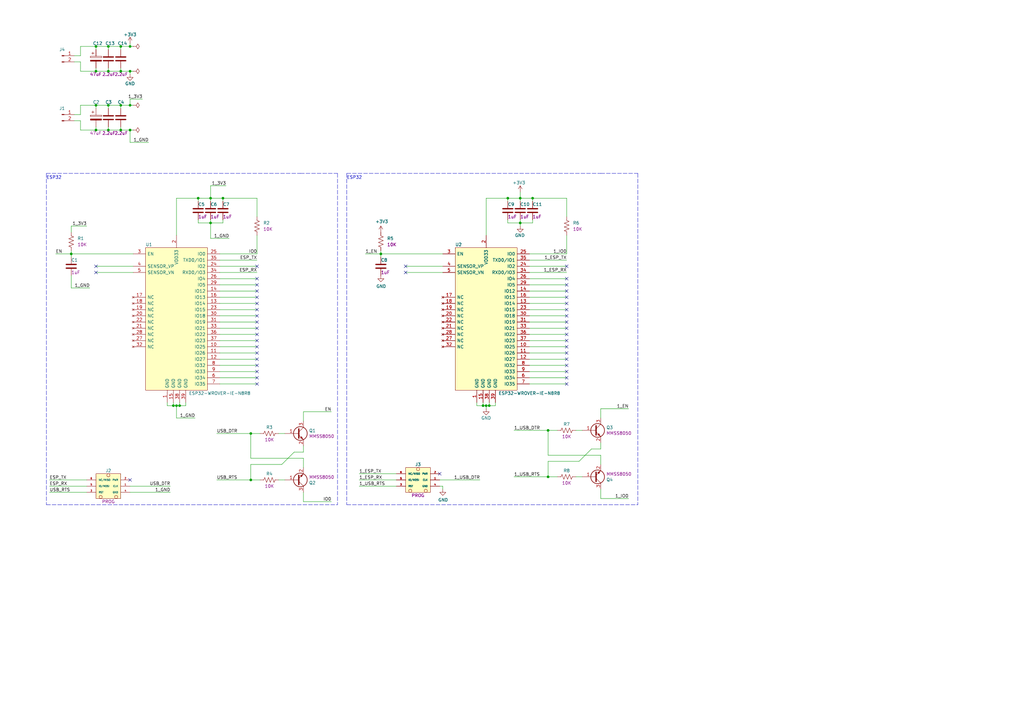
<source format=kicad_sch>
(kicad_sch (version 20211123) (generator eeschema)
  (paper "A3")
  (lib_symbols
    (symbol "capacitors:CC0603KRX5R9BB105" (pin_numbers hide) (pin_names (offset 0.254))
      (property "Reference" "C" (at 0.635 2.54 0))
      (property "id" "1uF" (at -3.81 2.54 0))
      (symbol "CC0603KRX5R9BB105_0_1"
        (polyline (pts (xy -2.032 -0.762) (xy 2.032 -0.762)) (stroke (width 0.508)))
        (polyline (pts (xy -2.032 0.762) (xy 2.032 0.762)) (stroke (width 0.508)))
      )
      (symbol "CC0603KRX5R9BB105_1_1"
        (pin passive line (at 0 3.81 270) (length 2.794) (name "~") (number "1"))
        (pin passive line (at 0 -3.81 90) (length 2.794) (name "~") (number "2"))
      )
    )
    (symbol "capacitors:EMK107BB7225MA-T" (pin_numbers hide) (pin_names (offset 0.254))
      (property "Reference" "C" (at 0.635 2.54 0))
      (property "id" "2.2uF" (at -3.81 2.54 0))
      (symbol "EMK107BB7225MA-T_0_1"
        (polyline (pts (xy -2.032 -0.762) (xy 2.032 -0.762)) (stroke (width 0.508)))
        (polyline (pts (xy -2.032 0.762) (xy 2.032 0.762)) (stroke (width 0.508)))
      )
      (symbol "EMK107BB7225MA-T_1_1"
        (pin passive line (at 0 3.81 270) (length 2.794) (name "~") (number "1"))
        (pin passive line (at 0 -3.81 90) (length 2.794) (name "~") (number "2"))
      )
    )
    (symbol "capacitors:EMVE160ADA470MF55G" (pin_numbers hide) (pin_names (offset 0.254))
      (property "Reference" "C" (at 0.635 2.54 0))
      (property "id" "47uF" (at 5.08 0 0))
      (symbol "EMVE160ADA470MF55G_0_1"
        (rectangle (start -2.286 0.508) (end -2.286 1.016))
        (rectangle (start -2.286 0.508) (end 2.286 0.508))
        (polyline (pts (xy -1.778 2.286) (xy -0.762 2.286)))
        (polyline (pts (xy -1.27 2.794) (xy -1.27 1.778)))
        (rectangle (start 2.286 -0.508) (end -2.286 -1.016) (fill (type outline)))
        (rectangle (start 2.286 1.016) (end -2.286 1.016))
        (rectangle (start 2.286 1.016) (end 2.286 0.508))
      )
      (symbol "EMVE160ADA470MF55G_1_1"
        (pin passive line (at 0 3.81 270) (length 2.794) (name "~") (number "1"))
        (pin passive line (at 0 -3.81 90) (length 2.794) (name "~") (number "2"))
      )
    )
    (symbol "connectors:Tag_Connect_Programmer_6-Pin" (pin_names (offset 1.016))
      (property "Reference" "J" (at -5.08 6.35 0))
      (property "id" "TAG_CONN" (at 1.27 -5.08 0))
      (symbol "Tag_Connect_Programmer_6-Pin_0_1"
        (rectangle (start -5.08 5.08) (end 5.08 -5.08) (fill (type background)))
        (circle (center -3.175 -4.445) (radius 0.635))
        (circle (center 0 4.445) (radius 0.635))
        (circle (center 3.175 -4.445) (radius 0.635))
      )
      (symbol "Tag_Connect_Programmer_6-Pin_1_1"
        (pin passive line (at 8.89 0 180) (length 3.81) (name "CLK") (number "1"))
        (pin passive line (at 8.89 2.54 180) (length 3.81) (name "PWR") (number "2"))
        (pin passive line (at -8.89 -2.54 0) (length 3.81) (name "RST") (number "3"))
        (pin passive line (at 8.89 -2.54 180) (length 3.81) (name "GND") (number "4"))
        (pin passive line (at -8.89 0 0) (length 3.81) (name "IO/MOSI") (number "5"))
        (pin passive line (at -8.89 2.54 0) (length 3.81) (name "NC/MISO") (number "6"))
      )
    )
    (symbol "connectors:_GENERIC_CONNECTOR_01x02" (pin_names (offset 1.016) hide)
      (property "Reference" "J" (at 0 3.81 0))
      (property "Value" "_GENERIC_CONNECTOR_01x02" (at 1.27 -3.81 0))
      (symbol "_GENERIC_CONNECTOR_01x02_1_1"
        (polyline (pts (xy 1.27 -1.27) (xy 0.8636 -1.27)) (stroke (width 0.1524)))
        (polyline (pts (xy 1.27 1.27) (xy 0.8636 1.27)) (stroke (width 0.1524)))
        (rectangle (start 0.8636 -1.143) (end 0 -1.397) (stroke (width 0.1524)) (fill (type outline)))
        (rectangle (start 0.8636 1.397) (end 0 1.143) (stroke (width 0.1524)) (fill (type outline)))
        (pin passive line (at 5.08 1.27 180) (length 3.81) (name "Pin_1") (number "1"))
        (pin passive line (at 5.08 -1.27 180) (length 3.81) (name "Pin_2") (number "2"))
      )
    )
    (symbol "ics:ESP32-WROVER-IE-N8R8" (pin_names (offset 0.762))
      (property "Reference" "U1" (at -11.43 31.75 0))
      (property "Value" "ESP32-WROVER-IE-N8R8" (at 6.35 -29.21 0))
      (symbol "ESP32-WROVER-IE-N8R8_0_0"
        (pin passive line (at -2.54 -33.02 90) (length 5.08) (name "GND") (number "1"))
        (pin passive line (at 19.05 -10.16 180) (length 5.08) (name "IO25") (number "10"))
        (pin passive line (at 19.05 -12.7 180) (length 5.08) (name "IO26") (number "11"))
        (pin passive line (at 19.05 -15.24 180) (length 5.08) (name "IO27") (number "12"))
        (pin passive line (at 19.05 7.62 180) (length 5.08) (name "IO14") (number "13"))
        (pin passive line (at 19.05 12.7 180) (length 5.08) (name "IO12") (number "14"))
        (pin passive line (at 0 -33.02 90) (length 5.08) (name "GND") (number "15"))
        (pin passive line (at 19.05 10.16 180) (length 5.08) (name "IO13") (number "16"))
        (pin no_connect line (at -16.51 10.16 0) (length 5.08) (name "NC") (number "17"))
        (pin no_connect line (at -16.51 7.62 0) (length 5.08) (name "NC") (number "18"))
        (pin no_connect line (at -16.51 5.08 0) (length 5.08) (name "NC") (number "19"))
        (pin passive line (at 1.27 35.56 270) (length 5.08) (name "VDD33") (number "2"))
        (pin no_connect line (at -16.51 2.54 0) (length 5.08) (name "NC") (number "20"))
        (pin no_connect line (at -16.51 -2.54 0) (length 5.08) (name "NC") (number "21"))
        (pin no_connect line (at -16.51 0 0) (length 5.08) (name "NC") (number "22"))
        (pin passive line (at 19.05 5.08 180) (length 5.08) (name "IO15") (number "23"))
        (pin passive line (at 19.05 22.86 180) (length 5.08) (name "IO2") (number "24"))
        (pin passive line (at 19.05 27.94 180) (length 5.08) (name "IO0") (number "25"))
        (pin passive line (at 19.05 17.78 180) (length 5.08) (name "IO4") (number "26"))
        (pin no_connect line (at -16.51 -7.62 0) (length 5.08) (name "NC") (number "27"))
        (pin no_connect line (at -16.51 -5.08 0) (length 5.08) (name "NC") (number "28"))
        (pin passive line (at 19.05 15.24 180) (length 5.08) (name "IO5") (number "29"))
        (pin passive line (at -16.51 27.94 0) (length 5.08) (name "EN") (number "3"))
        (pin passive line (at 19.05 2.54 180) (length 5.08) (name "IO18") (number "30"))
        (pin passive line (at 19.05 0 180) (length 5.08) (name "IO19") (number "31"))
        (pin no_connect line (at -16.51 -10.16 0) (length 5.08) (name "NC") (number "32"))
        (pin passive line (at 19.05 -2.54 180) (length 5.08) (name "IO21") (number "33"))
        (pin passive line (at 19.05 20.32 180) (length 5.08) (name "RXD0/IO3") (number "34"))
        (pin passive line (at 19.05 25.4 180) (length 5.08) (name "TXD0/IO1") (number "35"))
        (pin passive line (at 19.05 -5.08 180) (length 5.08) (name "IO22") (number "36"))
        (pin passive line (at 19.05 -7.62 180) (length 5.08) (name "IO23") (number "37"))
        (pin passive line (at 2.54 -33.02 90) (length 5.08) (name "GND") (number "38"))
        (pin passive line (at 5.08 -33.02 90) (length 5.08) (name "GND") (number "39"))
        (pin passive line (at -16.51 22.86 0) (length 5.08) (name "SENSOR_VP") (number "4"))
        (pin passive line (at -16.51 20.32 0) (length 5.08) (name "SENSOR_VN") (number "5"))
        (pin passive line (at 19.05 -22.86 180) (length 5.08) (name "IO34") (number "6"))
        (pin passive line (at 19.05 -25.4 180) (length 5.08) (name "IO35") (number "7"))
        (pin passive line (at 19.05 -17.78 180) (length 5.08) (name "IO32") (number "8"))
        (pin passive line (at 19.05 -20.32 180) (length 5.08) (name "IO33") (number "9"))
      )
      (symbol "ESP32-WROVER-IE-N8R8_0_1"
        (polyline (pts (xy -11.43 30.48) (xy 13.97 30.48) (xy 13.97 -27.94) (xy -11.43 -27.94) (xy -11.43 30.48)) (stroke (width 0.1524)) (fill (type background)))
      )
    )
    (symbol "power:+3.3V" (power) (pin_names (offset 0))
      (property "Value" "+3.3V" (at 0 3.556 0))
      (symbol "+3.3V_0_1"
        (polyline (pts (xy -0.762 1.27) (xy 0 2.54)))
        (polyline (pts (xy 0 0) (xy 0 2.54)))
        (polyline (pts (xy 0 2.54) (xy 0.762 1.27)))
      )
      (symbol "+3.3V_1_1"
        (pin power_in line (at 0 0 90) (length 0) hide (name "+3V3") (number "1"))
      )
    )
    (symbol "power:+3V3" (power) (pin_names (offset 0))
      (property "Value" "+3V3" (at 0 3.556 0))
      (symbol "+3V3_0_1"
        (polyline (pts (xy -0.762 1.27) (xy 0 2.54)))
        (polyline (pts (xy 0 0) (xy 0 2.54)))
        (polyline (pts (xy 0 2.54) (xy 0.762 1.27)))
      )
      (symbol "+3V3_1_1"
        (pin power_in line (at 0 0 90) (length 0) hide (name "+3V3") (number "1"))
      )
    )
    (symbol "power:GND" (power) (pin_names (offset 0))
      (property "Value" "GND" (at 0 -3.81 0))
      (symbol "GND_0_1"
        (polyline (pts (xy 0 0) (xy 0 -1.27) (xy 1.27 -1.27) (xy 0 -2.54) (xy -1.27 -1.27) (xy 0 -1.27)))
      )
      (symbol "GND_1_1"
        (pin power_in line (at 0 0 270) (length 0) hide (name "GND") (number "1"))
      )
    )
    (symbol "power:PWR_FLAG" (power) (pin_numbers hide) (pin_names (offset 0) hide)
      (property "Value" "PWR_FLAG" (at 0 3.81 0))
      (symbol "PWR_FLAG_0_0"
        (pin power_out line (at 0 0 90) (length 0) (name "pwr") (number "1"))
      )
      (symbol "PWR_FLAG_0_1"
        (polyline (pts (xy 0 0) (xy 0 1.27) (xy -1.016 1.905) (xy 0 2.54) (xy 1.016 1.905) (xy 0 1.27)))
      )
    )
    (symbol "resistors:RC0603JR-0710KL" (pin_numbers hide) (pin_names (offset 0))
      (property "Reference" "R" (at 2.54 0 90))
      (property "id" "10K" (at -2.54 0 90))
      (symbol "RC0603JR-0710KL_0_1"
        (polyline (pts (xy 0 -2.286) (xy 0 -2.54)))
        (polyline (pts (xy 0 2.286) (xy 0 2.54)))
        (polyline (pts (xy 0 -0.762) (xy 1.016 -1.143) (xy 0 -1.524) (xy -1.016 -1.905) (xy 0 -2.286)))
        (polyline (pts (xy 0 0.762) (xy 1.016 0.381) (xy 0 0) (xy -1.016 -0.381) (xy 0 -0.762)))
        (polyline (pts (xy 0 2.286) (xy 1.016 1.905) (xy 0 1.524) (xy -1.016 1.143) (xy 0 0.762)))
      )
      (symbol "RC0603JR-0710KL_1_1"
        (pin passive line (at 0 3.81 270) (length 1.27) (name "~") (number "1"))
        (pin passive line (at 0 -3.81 90) (length 1.27) (name "~") (number "2"))
      )
    )
    (symbol "transistors:MMSS8050-L-TP" (pin_names (offset 0) hide)
      (property "Reference" "Q" (at 5.08 1.905 0))
      (property "id" "MMSS8050" (at 10.16 0 0))
      (symbol "MMSS8050-L-TP_0_1"
        (polyline (pts (xy 0 0) (xy 0.635 0)))
        (polyline (pts (xy 0.635 0.635) (xy 2.54 2.54)))
        (polyline (pts (xy 0.635 -0.635) (xy 2.54 -2.54) (xy 2.54 -2.54)))
        (polyline (pts (xy 0.635 1.905) (xy 0.635 -1.905) (xy 0.635 -1.905)) (stroke (width 0.508)))
        (polyline (pts (xy 1.27 -1.778) (xy 1.778 -1.27) (xy 2.286 -2.286) (xy 1.27 -1.778) (xy 1.27 -1.778)) (fill (type outline)))
        (circle (center 1.27 0) (radius 2.8194) (stroke (width 0.254)))
      )
      (symbol "MMSS8050-L-TP_1_1"
        (pin input line (at -5.08 0 0) (length 5.08) (name "B") (number "1"))
        (pin passive line (at 2.54 -5.08 90) (length 2.54) (name "E") (number "2"))
        (pin passive line (at 2.54 5.08 270) (length 2.54) (name "C") (number "3"))
      )
    )
  )
  (junction (at 39.37 53.34))
  (junction (at 49.53 19.05))
  (junction (at 81.28 81.28))
  (junction (at 44.45 43.18))
  (junction (at 44.45 29.21))
  (junction (at 200.66 166.37))
  (junction (at 49.53 53.34))
  (junction (at 44.45 53.34))
  (junction (at 208.28 81.28))
  (junction (at 199.39 166.37))
  (junction (at 71.12 166.37))
  (junction (at 213.36 81.28))
  (junction (at 102.87 177.8))
  (junction (at 156.21 104.14))
  (junction (at 53.34 19.05))
  (junction (at 29.21 104.14))
  (junction (at 39.37 29.21))
  (junction (at 102.87 196.85))
  (junction (at 86.36 81.28))
  (junction (at 218.44 81.28))
  (junction (at 49.53 29.21))
  (junction (at 49.53 43.18))
  (junction (at 53.34 53.34))
  (junction (at 224.79 176.53))
  (junction (at 73.66 166.37))
  (junction (at 53.34 29.21))
  (junction (at 44.45 19.05))
  (junction (at 53.34 43.18))
  (junction (at 86.36 91.44))
  (junction (at 39.37 19.05))
  (junction (at 213.36 91.44))
  (junction (at 72.39 166.37))
  (junction (at 39.37 43.18))
  (junction (at 198.12 166.37))
  (junction (at 224.79 195.58))
  (junction (at 91.44 81.28))
  (no_connect (at 232.41 139.7))
  (no_connect (at 105.41 124.46))
  (no_connect (at 39.37 109.22))
  (no_connect (at 232.41 109.22))
  (no_connect (at 232.41 116.84))
  (no_connect (at 232.41 121.92))
  (no_connect (at 105.41 154.94))
  (no_connect (at 105.41 147.32))
  (no_connect (at 232.41 129.54))
  (no_connect (at 105.41 149.86))
  (no_connect (at 232.41 134.62))
  (no_connect (at 105.41 127))
  (no_connect (at 105.41 121.92))
  (no_connect (at 105.41 129.54))
  (no_connect (at 232.41 124.46))
  (no_connect (at 232.41 132.08))
  (no_connect (at 105.41 116.84))
  (no_connect (at 232.41 127))
  (no_connect (at 166.37 111.76))
  (no_connect (at 232.41 147.32))
  (no_connect (at 105.41 139.7))
  (no_connect (at 53.34 196.85))
  (no_connect (at 232.41 137.16))
  (no_connect (at 232.41 157.48))
  (no_connect (at 105.41 134.62))
  (no_connect (at 232.41 152.4))
  (no_connect (at 105.41 114.3))
  (no_connect (at 232.41 154.94))
  (no_connect (at 105.41 157.48))
  (no_connect (at 232.41 114.3))
  (no_connect (at 232.41 119.38))
  (no_connect (at 105.41 144.78))
  (no_connect (at 105.41 132.08))
  (no_connect (at 180.34 194.31))
  (no_connect (at 105.41 109.22))
  (no_connect (at 105.41 137.16))
  (no_connect (at 105.41 119.38))
  (no_connect (at 105.41 152.4))
  (no_connect (at 105.41 142.24))
  (no_connect (at 166.37 109.22))
  (no_connect (at 232.41 142.24))
  (no_connect (at 232.41 144.78))
  (no_connect (at 232.41 149.86))
  (no_connect (at 39.37 111.76))
  (wire (pts (xy 246.38 171.45) (xy 246.38 167.64)))
  (polyline (pts (xy 246.38 71.12) (xy 261.62 71.12)))
  (wire (pts (xy 71.12 166.37) (xy 72.39 166.37)))
  (wire (pts (xy 105.41 109.22) (xy 90.17 109.22)))
  (wire (pts (xy 49.53 52.07) (xy 49.53 53.34)))
  (wire (pts (xy 86.36 81.28) (xy 81.28 81.28)))
  (wire (pts (xy 72.39 81.28) (xy 81.28 81.28)))
  (wire (pts (xy 246.38 167.64) (xy 257.81 167.64)))
  (wire (pts (xy 72.39 166.37) (xy 72.39 171.45)))
  (wire (pts (xy 90.17 157.48) (xy 105.41 157.48)))
  (wire (pts (xy 114.3 196.85) (xy 116.84 196.85)))
  (wire (pts (xy 58.42 40.64) (xy 53.34 40.64)))
  (wire (pts (xy 54.61 53.34) (xy 53.34 53.34)))
  (wire (pts (xy 166.37 109.22) (xy 181.61 109.22)))
  (wire (pts (xy 224.79 195.58) (xy 228.6 195.58)))
  (wire (pts (xy 80.01 171.45) (xy 72.39 171.45)))
  (wire (pts (xy 147.32 196.85) (xy 162.56 196.85)))
  (wire (pts (xy 53.34 199.39) (xy 69.85 199.39)))
  (wire (pts (xy 210.82 176.53) (xy 224.79 176.53)))
  (wire (pts (xy 90.17 106.68) (xy 105.41 106.68)))
  (wire (pts (xy 217.17 127) (xy 232.41 127)))
  (wire (pts (xy 90.17 152.4) (xy 105.41 152.4)))
  (wire (pts (xy 217.17 114.3) (xy 232.41 114.3)))
  (wire (pts (xy 232.41 144.78) (xy 217.17 144.78)))
  (wire (pts (xy 53.34 43.18) (xy 49.53 43.18)))
  (wire (pts (xy 115.57 190.5) (xy 102.87 190.5)))
  (wire (pts (xy 200.66 166.37) (xy 203.2 166.37)))
  (wire (pts (xy 217.17 124.46) (xy 232.41 124.46)))
  (wire (pts (xy 213.36 92.71) (xy 213.36 91.44)))
  (wire (pts (xy 33.02 19.05) (xy 39.37 19.05)))
  (wire (pts (xy 44.45 29.21) (xy 39.37 29.21)))
  (wire (pts (xy 208.28 91.44) (xy 213.36 91.44)))
  (wire (pts (xy 39.37 19.05) (xy 39.37 20.32)))
  (wire (pts (xy 236.22 176.53) (xy 238.76 176.53)))
  (wire (pts (xy 246.38 184.15) (xy 242.57 184.15)))
  (polyline (pts (xy 123.19 71.12) (xy 138.43 71.12)))
  (wire (pts (xy 147.32 194.31) (xy 162.56 194.31)))
  (wire (pts (xy 199.39 81.28) (xy 199.39 96.52)))
  (wire (pts (xy 217.17 121.92) (xy 232.41 121.92)))
  (wire (pts (xy 30.48 49.53) (xy 33.02 49.53)))
  (wire (pts (xy 93.98 97.79) (xy 86.36 97.79)))
  (wire (pts (xy 44.45 44.45) (xy 44.45 43.18)))
  (wire (pts (xy 53.34 19.05) (xy 49.53 19.05)))
  (wire (pts (xy 217.17 154.94) (xy 232.41 154.94)))
  (wire (pts (xy 29.21 113.03) (xy 29.21 118.11)))
  (wire (pts (xy 39.37 52.07) (xy 39.37 53.34)))
  (wire (pts (xy 53.34 29.21) (xy 49.53 29.21)))
  (wire (pts (xy 33.02 43.18) (xy 33.02 46.99)))
  (wire (pts (xy 92.71 76.2) (xy 86.36 76.2)))
  (wire (pts (xy 232.41 81.28) (xy 232.41 88.9)))
  (wire (pts (xy 39.37 29.21) (xy 33.02 29.21)))
  (wire (pts (xy 232.41 142.24) (xy 217.17 142.24)))
  (wire (pts (xy 39.37 111.76) (xy 54.61 111.76)))
  (wire (pts (xy 20.32 196.85) (xy 35.56 196.85)))
  (wire (pts (xy 105.41 142.24) (xy 90.17 142.24)))
  (wire (pts (xy 72.39 81.28) (xy 72.39 96.52)))
  (wire (pts (xy 105.41 81.28) (xy 105.41 88.9)))
  (wire (pts (xy 81.28 81.28) (xy 81.28 82.55)))
  (wire (pts (xy 90.17 116.84) (xy 105.41 116.84)))
  (wire (pts (xy 181.61 199.39) (xy 180.34 199.39)))
  (wire (pts (xy 20.32 201.93) (xy 35.56 201.93)))
  (wire (pts (xy 88.9 177.8) (xy 102.87 177.8)))
  (wire (pts (xy 53.34 53.34) (xy 53.34 58.42)))
  (wire (pts (xy 54.61 43.18) (xy 53.34 43.18)))
  (wire (pts (xy 33.02 46.99) (xy 30.48 46.99)))
  (polyline (pts (xy 19.05 207.01) (xy 138.43 207.01)))
  (wire (pts (xy 217.17 132.08) (xy 232.41 132.08)))
  (wire (pts (xy 49.53 19.05) (xy 44.45 19.05)))
  (wire (pts (xy 237.49 189.23) (xy 224.79 189.23)))
  (wire (pts (xy 53.34 53.34) (xy 49.53 53.34)))
  (wire (pts (xy 156.21 104.14) (xy 181.61 104.14)))
  (wire (pts (xy 105.41 81.28) (xy 91.44 81.28)))
  (wire (pts (xy 86.36 82.55) (xy 86.36 81.28)))
  (wire (pts (xy 199.39 81.28) (xy 208.28 81.28)))
  (wire (pts (xy 246.38 181.61) (xy 246.38 184.15)))
  (wire (pts (xy 102.87 190.5) (xy 102.87 196.85)))
  (wire (pts (xy 39.37 53.34) (xy 33.02 53.34)))
  (wire (pts (xy 49.53 29.21) (xy 44.45 29.21)))
  (wire (pts (xy 90.17 149.86) (xy 105.41 149.86)))
  (wire (pts (xy 217.17 106.68) (xy 232.41 106.68)))
  (wire (pts (xy 208.28 90.17) (xy 208.28 91.44)))
  (wire (pts (xy 199.39 167.64) (xy 199.39 166.37)))
  (polyline (pts (xy 142.24 71.12) (xy 142.24 207.01)))
  (wire (pts (xy 29.21 105.41) (xy 29.21 104.14)))
  (wire (pts (xy 124.46 187.96) (xy 102.87 187.96)))
  (wire (pts (xy 217.17 116.84) (xy 232.41 116.84)))
  (wire (pts (xy 60.96 58.42) (xy 53.34 58.42)))
  (wire (pts (xy 33.02 25.4) (xy 33.02 29.21)))
  (wire (pts (xy 33.02 19.05) (xy 33.02 22.86)))
  (wire (pts (xy 114.3 177.8) (xy 116.84 177.8)))
  (wire (pts (xy 90.17 114.3) (xy 105.41 114.3)))
  (wire (pts (xy 195.58 165.1) (xy 195.58 166.37)))
  (wire (pts (xy 218.44 91.44) (xy 213.36 91.44)))
  (wire (pts (xy 49.53 20.32) (xy 49.53 19.05)))
  (wire (pts (xy 90.17 104.14) (xy 105.41 104.14)))
  (wire (pts (xy 86.36 91.44) (xy 86.36 97.79)))
  (wire (pts (xy 49.53 27.94) (xy 49.53 29.21)))
  (wire (pts (xy 217.17 149.86) (xy 232.41 149.86)))
  (wire (pts (xy 53.34 17.78) (xy 53.34 19.05)))
  (wire (pts (xy 44.45 19.05) (xy 39.37 19.05)))
  (wire (pts (xy 217.17 147.32) (xy 232.41 147.32)))
  (wire (pts (xy 105.41 134.62) (xy 90.17 134.62)))
  (wire (pts (xy 44.45 27.94) (xy 44.45 29.21)))
  (wire (pts (xy 236.22 195.58) (xy 238.76 195.58)))
  (wire (pts (xy 102.87 177.8) (xy 102.87 187.96)))
  (wire (pts (xy 232.41 139.7) (xy 217.17 139.7)))
  (wire (pts (xy 217.17 119.38) (xy 232.41 119.38)))
  (wire (pts (xy 124.46 168.91) (xy 135.89 168.91)))
  (wire (pts (xy 232.41 134.62) (xy 217.17 134.62)))
  (wire (pts (xy 90.17 132.08) (xy 105.41 132.08)))
  (wire (pts (xy 88.9 196.85) (xy 102.87 196.85)))
  (wire (pts (xy 147.32 199.39) (xy 162.56 199.39)))
  (polyline (pts (xy 142.24 207.01) (xy 261.62 207.01)))
  (wire (pts (xy 49.53 44.45) (xy 49.53 43.18)))
  (wire (pts (xy 68.58 166.37) (xy 71.12 166.37)))
  (wire (pts (xy 53.34 29.21) (xy 53.34 30.48)))
  (polyline (pts (xy 261.62 71.12) (xy 261.62 207.01)))
  (wire (pts (xy 20.32 199.39) (xy 35.56 199.39)))
  (wire (pts (xy 39.37 109.22) (xy 54.61 109.22)))
  (wire (pts (xy 124.46 182.88) (xy 124.46 185.42)))
  (wire (pts (xy 246.38 186.69) (xy 224.79 186.69)))
  (wire (pts (xy 39.37 27.94) (xy 39.37 29.21)))
  (wire (pts (xy 195.58 166.37) (xy 198.12 166.37)))
  (wire (pts (xy 29.21 104.14) (xy 54.61 104.14)))
  (wire (pts (xy 39.37 43.18) (xy 39.37 44.45)))
  (polyline (pts (xy 138.43 71.12) (xy 138.43 207.01)))
  (wire (pts (xy 91.44 81.28) (xy 86.36 81.28)))
  (wire (pts (xy 224.79 189.23) (xy 224.79 195.58)))
  (wire (pts (xy 180.34 196.85) (xy 196.85 196.85)))
  (wire (pts (xy 49.53 53.34) (xy 44.45 53.34)))
  (wire (pts (xy 232.41 81.28) (xy 218.44 81.28)))
  (wire (pts (xy 91.44 82.55) (xy 91.44 81.28)))
  (wire (pts (xy 91.44 91.44) (xy 86.36 91.44)))
  (wire (pts (xy 199.39 166.37) (xy 200.66 166.37)))
  (wire (pts (xy 90.17 129.54) (xy 105.41 129.54)))
  (wire (pts (xy 232.41 104.14) (xy 232.41 96.52)))
  (wire (pts (xy 105.41 104.14) (xy 105.41 96.52)))
  (wire (pts (xy 217.17 152.4) (xy 232.41 152.4)))
  (wire (pts (xy 44.45 52.07) (xy 44.45 53.34)))
  (wire (pts (xy 72.39 166.37) (xy 73.66 166.37)))
  (wire (pts (xy 181.61 200.66) (xy 181.61 199.39)))
  (wire (pts (xy 124.46 185.42) (xy 120.65 185.42)))
  (wire (pts (xy 91.44 90.17) (xy 91.44 91.44)))
  (wire (pts (xy 246.38 200.66) (xy 246.38 204.47)))
  (wire (pts (xy 90.17 127) (xy 105.41 127)))
  (wire (pts (xy 210.82 195.58) (xy 224.79 195.58)))
  (wire (pts (xy 29.21 104.14) (xy 22.86 104.14)))
  (wire (pts (xy 53.34 40.64) (xy 53.34 43.18)))
  (wire (pts (xy 90.17 154.94) (xy 105.41 154.94)))
  (wire (pts (xy 105.41 144.78) (xy 90.17 144.78)))
  (wire (pts (xy 86.36 76.2) (xy 86.36 81.28)))
  (wire (pts (xy 213.36 81.28) (xy 208.28 81.28)))
  (wire (pts (xy 213.36 78.74) (xy 213.36 81.28)))
  (wire (pts (xy 246.38 204.47) (xy 257.81 204.47)))
  (wire (pts (xy 217.17 111.76) (xy 232.41 111.76)))
  (wire (pts (xy 73.66 166.37) (xy 76.2 166.37)))
  (wire (pts (xy 102.87 196.85) (xy 106.68 196.85)))
  (wire (pts (xy 33.02 49.53) (xy 33.02 53.34)))
  (wire (pts (xy 90.17 111.76) (xy 105.41 111.76)))
  (wire (pts (xy 213.36 90.17) (xy 213.36 91.44)))
  (wire (pts (xy 156.21 104.14) (xy 149.86 104.14)))
  (wire (pts (xy 90.17 147.32) (xy 105.41 147.32)))
  (polyline (pts (xy 19.05 71.12) (xy 123.19 71.12)))
  (wire (pts (xy 105.41 139.7) (xy 90.17 139.7)))
  (wire (pts (xy 156.21 105.41) (xy 156.21 104.14)))
  (wire (pts (xy 44.45 43.18) (xy 39.37 43.18)))
  (wire (pts (xy 102.87 177.8) (xy 106.68 177.8)))
  (wire (pts (xy 217.17 157.48) (xy 232.41 157.48)))
  (wire (pts (xy 232.41 109.22) (xy 217.17 109.22)))
  (wire (pts (xy 81.28 90.17) (xy 81.28 91.44)))
  (wire (pts (xy 200.66 165.1) (xy 200.66 166.37)))
  (wire (pts (xy 218.44 82.55) (xy 218.44 81.28)))
  (wire (pts (xy 213.36 82.55) (xy 213.36 81.28)))
  (wire (pts (xy 71.12 165.1) (xy 71.12 166.37)))
  (wire (pts (xy 54.61 29.21) (xy 53.34 29.21)))
  (wire (pts (xy 203.2 166.37) (xy 203.2 165.1)))
  (wire (pts (xy 53.34 201.93) (xy 69.85 201.93)))
  (wire (pts (xy 198.12 166.37) (xy 199.39 166.37)))
  (wire (pts (xy 208.28 81.28) (xy 208.28 82.55)))
  (wire (pts (xy 124.46 172.72) (xy 124.46 168.91)))
  (wire (pts (xy 224.79 176.53) (xy 224.79 186.69)))
  (wire (pts (xy 36.83 118.11) (xy 29.21 118.11)))
  (wire (pts (xy 217.17 104.14) (xy 232.41 104.14)))
  (wire (pts (xy 76.2 166.37) (xy 76.2 165.1)))
  (wire (pts (xy 115.57 190.5) (xy 120.65 185.42)))
  (wire (pts (xy 33.02 22.86) (xy 30.48 22.86)))
  (wire (pts (xy 35.56 92.71) (xy 29.21 92.71)))
  (wire (pts (xy 86.36 90.17) (xy 86.36 91.44)))
  (wire (pts (xy 217.17 129.54) (xy 232.41 129.54)))
  (wire (pts (xy 81.28 91.44) (xy 86.36 91.44)))
  (wire (pts (xy 90.17 119.38) (xy 105.41 119.38)))
  (wire (pts (xy 124.46 201.93) (xy 124.46 205.74)))
  (wire (pts (xy 166.37 111.76) (xy 181.61 111.76)))
  (wire (pts (xy 218.44 90.17) (xy 218.44 91.44)))
  (wire (pts (xy 237.49 189.23) (xy 242.57 184.15)))
  (wire (pts (xy 224.79 176.53) (xy 228.6 176.53)))
  (wire (pts (xy 124.46 205.74) (xy 135.89 205.74)))
  (wire (pts (xy 232.41 137.16) (xy 217.17 137.16)))
  (wire (pts (xy 105.41 137.16) (xy 90.17 137.16)))
  (wire (pts (xy 90.17 121.92) (xy 105.41 121.92)))
  (wire (pts (xy 73.66 165.1) (xy 73.66 166.37)))
  (wire (pts (xy 68.58 165.1) (xy 68.58 166.37)))
  (wire (pts (xy 29.21 92.71) (xy 29.21 95.25)))
  (polyline (pts (xy 142.24 71.12) (xy 246.38 71.12)))
  (wire (pts (xy 198.12 165.1) (xy 198.12 166.37)))
  (wire (pts (xy 54.61 19.05) (xy 53.34 19.05)))
  (wire (pts (xy 30.48 25.4) (xy 33.02 25.4)))
  (wire (pts (xy 124.46 191.77) (xy 124.46 187.96)))
  (wire (pts (xy 29.21 102.87) (xy 29.21 104.14)))
  (wire (pts (xy 246.38 190.5) (xy 246.38 186.69)))
  (wire (pts (xy 90.17 124.46) (xy 105.41 124.46)))
  (wire (pts (xy 44.45 53.34) (xy 39.37 53.34)))
  (wire (pts (xy 33.02 43.18) (xy 39.37 43.18)))
  (wire (pts (xy 156.21 102.87) (xy 156.21 104.14)))
  (wire (pts (xy 44.45 20.32) (xy 44.45 19.05)))
  (wire (pts (xy 49.53 43.18) (xy 44.45 43.18)))
  (polyline (pts (xy 19.05 71.12) (xy 19.05 207.01)))
  (wire (pts (xy 218.44 81.28) (xy 213.36 81.28)))
  (text "ESP32" (at 19.05 73.66 0) (effects (font (size 1.27 1.27)) (justify left bottom)))
  (text "ESP32" (at 142.24 73.66 0) (effects (font (size 1.27 1.27)) (justify left bottom)))
  (label "1_GND" (at 60.96 58.42 180))
  (label "USB_RTS" (at 20.32 201.93 0))
  (label "1_ESP_TX" (at 232.41 106.68 180))
  (label "USB_RTS" (at 88.9 196.85 0))
  (label "1_GND" (at 80.01 171.45 180))
  (label "1_EN" (at 257.81 167.64 180))
  (label "1_ESP_RX" (at 232.41 111.76 180))
  (label "1_GND" (at 36.83 118.11 180))
  (label "EN" (at 22.86 104.14 0))
  (label "1_USB_RTS" (at 147.32 199.39 0))
  (label "IO0" (at 135.89 205.74 180))
  (label "ESP_RX" (at 105.41 111.76 180))
  (label "1_IO0" (at 257.81 204.47 180))
  (label "1_USB_DTR" (at 210.82 176.53 0))
  (label "USB_DTR" (at 88.9 177.8 0))
  (label "EN" (at 135.89 168.91 180))
  (label "1_USB_DTR" (at 196.85 196.85 180))
  (label "1_ESP_RX" (at 147.32 196.85 0))
  (label "ESP_RX" (at 20.32 199.39 0))
  (label "ESP_TX" (at 105.41 106.68 180))
  (label "1_USB_RTS" (at 210.82 195.58 0))
  (label "1_3V3" (at 35.56 92.71 180))
  (label "1_GND" (at 93.98 97.79 180))
  (label "1_EN" (at 149.86 104.14 0))
  (label "1_3V3" (at 58.42 40.64 180))
  (label "1_ESP_TX" (at 147.32 194.31 0))
  (label "1_GND" (at 69.85 201.93 180))
  (label "1_3V3" (at 92.71 76.2 180))
  (label "USB_DTR" (at 69.85 199.39 180))
  (label "IO0" (at 105.41 104.14 180))
  (label "ESP_TX" (at 20.32 196.85 0))
  (label "1_IO0" (at 232.41 104.14 180))
  (symbol (lib_id "connectors:Tag_Connect_Programmer_6-Pin") (at 171.45 196.85 0) (unit 1)
    (property "Reference" "J3" (at 171.45 190.5 0))
    (property "Value" "Tag_Connect_Programmer_6-Pin" (effects hide))
    (property "Footprint" "footprints:TC2030_SMALL" (effects hide))
    (property "id" "PROG" (at 171.45 203.2 0))
  )
  (symbol (lib_id "ics:ESP32-WROVER-IE-N8R8") (at 71.12 132.08 0) (unit 1)
    (property "Reference" "U1" (at 59.69 100.33 0) (effects (justify left)))
    (property "Value" "ESP32-WROVER-IE-N8R8" (at 77.47 161.29 0) (effects (justify left)))
    (property "Footprint" "footprints:ESP32-WROVER-IE-N8R8_EXT_ANT" (effects hide))
    (property "Datasheet" "https://www.espressif.com/sites/default/files/documentation/esp32-wrover-e_esp32-wrover-ie_datasheet_en.pdf" (effects hide))
  )
  (symbol (lib_id "power:GND") (at 156.21 113.03 0) (unit 1)
    (property "Reference" "#PWR010" (effects hide))
    (property "Value" "GND" (at 156.337 117.4242 0))
  )
  (symbol (lib_id "resistors:RC0603JR-0710KL") (at 110.49 196.85 90) (unit 1)
    (property "Reference" "R4" (at 110.49 194.31 90))
    (property "Value" "RC0603JR-0710KL" (effects hide))
    (property "Footprint" "footprints:RESISTOR_0603N" (effects hide))
    (property "Datasheet" "${MTE_LIB_DIR}/datasheets/PYu-RC_Group_51_RoHS_L_11.pdf" (effects hide))
    (property "id" "10K" (at 110.49 199.39 90))
    (property "manf" "Yageo" (effects hide))
  )
  (symbol (lib_id "capacitors:CC0603KRX5R9BB105") (at 29.21 109.22 0) (unit 1)
    (property "Reference" "C1" (at 29.21 106.68 0) (effects (justify left)))
    (property "Value" "CC0603KRX5R9BB105" (effects hide))
    (property "Footprint" "footprints:CAPACITOR_0603N" (effects hide))
    (property "Datasheet" "${MTE_LIB_DIR}/datasheets/UPY-GPHC_X5R_4V-to-50V_26.pdf" (effects hide))
    (property "id" "1uF" (at 29.21 111.76 0) (effects (justify left)))
  )
  (symbol (lib_id "resistors:RC0603JR-0710KL") (at 232.41 92.71 0) (unit 1)
    (property "Reference" "R6" (at 234.95 91.4399 0) (effects (justify left)))
    (property "Value" "RC0603JR-0710KL" (effects hide))
    (property "Footprint" "footprints:RESISTOR_0603N" (effects hide))
    (property "Datasheet" "${MTE_LIB_DIR}/datasheets/PYu-RC_Group_51_RoHS_L_11.pdf" (effects hide))
    (property "id" "10K" (at 234.95 93.9799 0) (effects (justify left)))
    (property "manf" "Yageo" (effects hide))
  )
  (symbol (lib_id "capacitors:CC0603KRX5R9BB105") (at 156.21 109.22 0) (unit 1)
    (property "Reference" "C8" (at 156.21 106.68 0) (effects (justify left)))
    (property "Value" "CC0603KRX5R9BB105" (effects hide))
    (property "Footprint" "footprints:CAPACITOR_0603N" (effects hide))
    (property "Datasheet" "${MTE_LIB_DIR}/datasheets/UPY-GPHC_X5R_4V-to-50V_26.pdf" (effects hide))
    (property "id" "1uF" (at 156.21 111.76 0) (effects (justify left)))
  )
  (symbol (lib_id "power:PWR_FLAG") (at 54.61 43.18 270) (unit 1)
    (property "Reference" "#FLG03" (effects hide))
    (property "Value" "PWR_FLAG" (effects hide))
  )
  (symbol (lib_id "capacitors:EMVE160ADA470MF55G") (at 39.37 48.26 0) (unit 1)
    (property "Reference" "C2" (at 38.1 41.91 0) (effects (justify left)))
    (property "Value" "EMVE160ADA470MF55G" (effects hide))
    (property "Footprint" "footprints:CAPAE660X550D720L265X65N" (effects hide))
    (property "Datasheet" "${MTE_LIB_DIR}/datasheets/MVE Series.pdf" (effects hide))
    (property "id" "47uF" (at 36.83 54.61 0) (effects (justify left)))
  )
  (symbol (lib_id "power:PWR_FLAG") (at 54.61 53.34 270) (unit 1)
    (property "Reference" "#FLG04" (effects hide))
    (property "Value" "PWR_FLAG" (effects hide))
  )
  (symbol (lib_id "ics:ESP32-WROVER-IE-N8R8") (at 198.12 132.08 0) (unit 1)
    (property "Reference" "U2" (at 186.69 100.33 0) (effects (justify left)))
    (property "Value" "ESP32-WROVER-IE-N8R8" (at 204.47 161.29 0) (effects (justify left)))
    (property "Footprint" "footprints:ESP32-WROVER-IE-N8R8_EXT_ANT" (effects hide))
    (property "Datasheet" "https://www.espressif.com/sites/default/files/documentation/esp32-wrover-e_esp32-wrover-ie_datasheet_en.pdf" (effects hide))
  )
  (symbol (lib_id "power:GND") (at 199.39 167.64 0) (unit 1)
    (property "Reference" "#PWR012" (effects hide))
    (property "Value" "GND" (at 199.39 171.45 0))
  )
  (symbol (lib_id "capacitors:CC0603KRX5R9BB105") (at 91.44 86.36 0) (unit 1)
    (property "Reference" "C7" (at 91.44 83.82 0) (effects (justify left)))
    (property "Value" "CC0603KRX5R9BB105" (effects hide))
    (property "Footprint" "footprints:CAPACITOR_0603N" (effects hide))
    (property "Datasheet" "${MTE_LIB_DIR}/datasheets/UPY-GPHC_X5R_4V-to-50V_26.pdf" (effects hide))
    (property "id" "1uF" (at 91.44 88.9 0) (effects (justify left)))
  )
  (symbol (lib_id "power:PWR_FLAG") (at 54.61 29.21 270) (unit 1)
    (property "Reference" "#FLG02" (effects hide))
    (property "Value" "PWR_FLAG" (effects hide))
  )
  (symbol (lib_id "connectors:_GENERIC_CONNECTOR_01x02") (at 25.4 24.13 0) (unit 1)
    (property "Reference" "J4" (at 26.67 20.32 0) (effects (justify right)))
    (property "Value" "1702473" (effects hide))
    (property "Footprint" "footprints:1702473" (effects hide))
    (property "manf" "Phoenix Contact" (effects hide))
  )
  (symbol (lib_id "connectors:_GENERIC_CONNECTOR_01x02") (at 25.4 48.26 0) (unit 1)
    (property "Reference" "J1" (at 26.67 44.45 0) (effects (justify right)))
    (property "Value" "1702473" (effects hide))
    (property "Footprint" "footprints:1702473" (effects hide))
    (property "manf" "Phoenix Contact" (effects hide))
  )
  (symbol (lib_id "capacitors:CC0603KRX5R9BB105") (at 213.36 86.36 0) (unit 1)
    (property "Reference" "C10" (at 213.36 83.82 0) (effects (justify left)))
    (property "Value" "CC0603KRX5R9BB105" (effects hide))
    (property "Footprint" "footprints:CAPACITOR_0603N" (effects hide))
    (property "Datasheet" "${MTE_LIB_DIR}/datasheets/UPY-GPHC_X5R_4V-to-50V_26.pdf" (effects hide))
    (property "id" "1uF" (at 213.36 88.9 0) (effects (justify left)))
  )
  (symbol (lib_id "capacitors:CC0603KRX5R9BB105") (at 208.28 86.36 0) (unit 1)
    (property "Reference" "C9" (at 208.28 83.82 0) (effects (justify left)))
    (property "Value" "CC0603KRX5R9BB105" (effects hide))
    (property "Footprint" "footprints:CAPACITOR_0603N" (effects hide))
    (property "Datasheet" "${MTE_LIB_DIR}/datasheets/UPY-GPHC_X5R_4V-to-50V_26.pdf" (effects hide))
    (property "id" "1uF" (at 208.28 88.9 0) (effects (justify left)))
  )
  (symbol (lib_id "capacitors:CC0603KRX5R9BB105") (at 218.44 86.36 0) (unit 1)
    (property "Reference" "C11" (at 218.44 83.82 0) (effects (justify left)))
    (property "Value" "CC0603KRX5R9BB105" (effects hide))
    (property "Footprint" "footprints:CAPACITOR_0603N" (effects hide))
    (property "Datasheet" "${MTE_LIB_DIR}/datasheets/UPY-GPHC_X5R_4V-to-50V_26.pdf" (effects hide))
    (property "id" "1uF" (at 218.44 88.9 0) (effects (justify left)))
  )
  (symbol (lib_id "capacitors:EMK107BB7225MA-T") (at 49.53 24.13 0) (unit 1)
    (property "Reference" "C14" (at 48.26 17.78 0) (effects (justify left)))
    (property "Value" "EMK107BB7225MA-T" (effects hide))
    (property "Footprint" "footprints:RESISTOR_0603N" (effects hide))
    (property "Datasheet" "${MTE_LIB_DIR}/datasheets/mlcc06_e.pdf" (effects hide))
    (property "id" "2.2uF" (at 46.99 30.48 0) (effects (justify left)))
  )
  (symbol (lib_id "transistors:MMSS8050-L-TP") (at 243.84 176.53 0) (unit 1)
    (property "Reference" "Q3" (at 248.666 175.3616 0) (effects (justify left)))
    (property "Value" "MMSS8050-L-TP" (effects hide))
    (property "Footprint" "footprints:MMSS8050-L-TPN" (effects hide))
    (property "Datasheet" "${MTE_LIB_DIR}/datasheets/MMSS8050(SOT-23).pdf" (effects hide))
    (property "id" "MMSS8050" (at 248.666 177.673 0) (effects (justify left)))
    (property "manf" "Micro Commercial Co" (effects hide))
  )
  (symbol (lib_id "resistors:RC0603JR-0710KL") (at 232.41 176.53 90) (unit 1)
    (property "Reference" "R7" (at 232.41 173.99 90))
    (property "Value" "RC0603JR-0710KL" (effects hide))
    (property "Footprint" "footprints:RESISTOR_0603N" (effects hide))
    (property "Datasheet" "${MTE_LIB_DIR}/datasheets/PYu-RC_Group_51_RoHS_L_11.pdf" (effects hide))
    (property "id" "10K" (at 232.41 179.07 90))
    (property "manf" "Yageo" (effects hide))
  )
  (symbol (lib_id "transistors:MMSS8050-L-TP") (at 121.92 196.85 0) (mirror x) (unit 1)
    (property "Reference" "Q2" (at 126.746 198.0184 0) (effects (justify left)))
    (property "Value" "MMSS8050-L-TP" (effects hide))
    (property "Footprint" "footprints:MMSS8050-L-TPN" (effects hide))
    (property "Datasheet" "${MTE_LIB_DIR}/datasheets/MMSS8050(SOT-23).pdf" (effects hide))
    (property "id" "MMSS8050" (at 126.746 195.707 0) (effects (justify left)))
    (property "manf" "Micro Commercial Co" (effects hide))
  )
  (symbol (lib_id "transistors:MMSS8050-L-TP") (at 121.92 177.8 0) (unit 1)
    (property "Reference" "Q1" (at 126.746 176.6316 0) (effects (justify left)))
    (property "Value" "MMSS8050-L-TP" (effects hide))
    (property "Footprint" "footprints:MMSS8050-L-TPN" (effects hide))
    (property "Datasheet" "${MTE_LIB_DIR}/datasheets/MMSS8050(SOT-23).pdf" (effects hide))
    (property "id" "MMSS8050" (at 126.746 178.943 0) (effects (justify left)))
    (property "manf" "Micro Commercial Co" (effects hide))
  )
  (symbol (lib_id "power:+3V3") (at 156.21 95.25 0) (unit 1)
    (property "Reference" "#PWR09" (effects hide))
    (property "Value" "+3V3" (at 156.591 90.8558 0))
  )
  (symbol (lib_id "transistors:MMSS8050-L-TP") (at 243.84 195.58 0) (mirror x) (unit 1)
    (property "Reference" "Q4" (at 248.666 196.7484 0) (effects (justify left)))
    (property "Value" "MMSS8050-L-TP" (effects hide))
    (property "Footprint" "footprints:MMSS8050-L-TPN" (effects hide))
    (property "Datasheet" "${MTE_LIB_DIR}/datasheets/MMSS8050(SOT-23).pdf" (effects hide))
    (property "id" "MMSS8050" (at 248.666 194.437 0) (effects (justify left)))
    (property "manf" "Micro Commercial Co" (effects hide))
  )
  (symbol (lib_id "capacitors:EMK107BB7225MA-T") (at 44.45 24.13 0) (unit 1)
    (property "Reference" "C13" (at 43.18 17.78 0) (effects (justify left)))
    (property "Value" "EMK107BB7225MA-T" (effects hide))
    (property "Footprint" "footprints:RESISTOR_0603N" (effects hide))
    (property "Datasheet" "${MTE_LIB_DIR}/datasheets/mlcc06_e.pdf" (effects hide))
    (property "id" "2.2uF" (at 41.91 30.48 0) (effects (justify left)))
  )
  (symbol (lib_id "power:+3.3V") (at 53.34 17.78 0) (unit 1)
    (property "Reference" "#PWR03" (effects hide))
    (property "Value" "+3.3V" (at 53.34 14.1755 0))
  )
  (symbol (lib_id "capacitors:CC0603KRX5R9BB105") (at 86.36 86.36 0) (unit 1)
    (property "Reference" "C6" (at 86.36 83.82 0) (effects (justify left)))
    (property "Value" "CC0603KRX5R9BB105" (effects hide))
    (property "Footprint" "footprints:CAPACITOR_0603N" (effects hide))
    (property "Datasheet" "${MTE_LIB_DIR}/datasheets/UPY-GPHC_X5R_4V-to-50V_26.pdf" (effects hide))
    (property "id" "1uF" (at 86.36 88.9 0) (effects (justify left)))
  )
  (symbol (lib_id "resistors:RC0603JR-0710KL") (at 232.41 195.58 90) (unit 1)
    (property "Reference" "R8" (at 232.41 193.04 90))
    (property "Value" "RC0603JR-0710KL" (effects hide))
    (property "Footprint" "footprints:RESISTOR_0603N" (effects hide))
    (property "Datasheet" "${MTE_LIB_DIR}/datasheets/PYu-RC_Group_51_RoHS_L_11.pdf" (effects hide))
    (property "id" "10K" (at 232.41 198.12 90))
    (property "manf" "Yageo" (effects hide))
  )
  (symbol (lib_id "resistors:RC0603JR-0710KL") (at 29.21 99.06 0) (unit 1)
    (property "Reference" "R1" (at 31.75 97.7899 0) (effects (justify left)))
    (property "Value" "RC0603JR-0710KL" (effects hide))
    (property "Footprint" "footprints:RESISTOR_0603N" (effects hide))
    (property "Datasheet" "${MTE_LIB_DIR}/datasheets/PYu-RC_Group_51_RoHS_L_11.pdf" (effects hide))
    (property "id" "10K" (at 31.75 100.3299 0) (effects (justify left)))
    (property "manf" "Yageo" (effects hide))
  )
  (symbol (lib_id "power:GND") (at 181.61 200.66 0) (unit 1)
    (property "Reference" "#PWR011" (effects hide))
    (property "Value" "GND" (at 181.737 205.0542 0))
  )
  (symbol (lib_id "connectors:Tag_Connect_Programmer_6-Pin") (at 44.45 199.39 0) (unit 1)
    (property "Reference" "J2" (at 44.45 193.04 0))
    (property "Value" "Tag_Connect_Programmer_6-Pin" (effects hide))
    (property "Footprint" "footprints:TC2030_SMALL" (effects hide))
    (property "id" "PROG" (at 44.45 205.74 0))
  )
  (symbol (lib_id "resistors:RC0603JR-0710KL") (at 156.21 99.06 0) (unit 1)
    (property "Reference" "R5" (at 158.75 97.7899 0) (effects (justify left)))
    (property "Value" "RC0603JR-0710KL" (effects hide))
    (property "Footprint" "footprints:RESISTOR_0603N" (effects hide))
    (property "Datasheet" "${MTE_LIB_DIR}/datasheets/PYu-RC_Group_51_RoHS_L_11.pdf" (effects hide))
    (property "id" "10K" (at 158.75 100.3299 0) (effects (justify left)))
    (property "manf" "Yageo" (effects hide))
  )
  (symbol (lib_id "power:PWR_FLAG") (at 54.61 19.05 270) (unit 1)
    (property "Reference" "#FLG01" (effects hide))
    (property "Value" "PWR_FLAG" (effects hide))
  )
  (symbol (lib_id "power:GND") (at 53.34 30.48 0) (unit 1)
    (property "Reference" "#PWR04" (effects hide))
    (property "Value" "GND" (at 53.34 34.29 0))
  )
  (symbol (lib_id "capacitors:EMVE160ADA470MF55G") (at 39.37 24.13 0) (unit 1)
    (property "Reference" "C12" (at 38.1 17.78 0) (effects (justify left)))
    (property "Value" "EMVE160ADA470MF55G" (effects hide))
    (property "Footprint" "footprints:CAPAE660X550D720L265X65N" (effects hide))
    (property "Datasheet" "${MTE_LIB_DIR}/datasheets/MVE Series.pdf" (effects hide))
    (property "id" "47uF" (at 36.83 30.48 0) (effects (justify left)))
  )
  (symbol (lib_id "resistors:RC0603JR-0710KL") (at 105.41 92.71 0) (unit 1)
    (property "Reference" "R2" (at 107.95 91.4399 0) (effects (justify left)))
    (property "Value" "RC0603JR-0710KL" (effects hide))
    (property "Footprint" "footprints:RESISTOR_0603N" (effects hide))
    (property "Datasheet" "${MTE_LIB_DIR}/datasheets/PYu-RC_Group_51_RoHS_L_11.pdf" (effects hide))
    (property "id" "10K" (at 107.95 93.9799 0) (effects (justify left)))
    (property "manf" "Yageo" (effects hide))
  )
  (symbol (lib_id "power:GND") (at 213.36 92.71 0) (unit 1)
    (property "Reference" "#PWR014" (effects hide))
    (property "Value" "GND" (at 215.265 96.52 0) (effects (justify right)))
  )
  (symbol (lib_id "capacitors:EMK107BB7225MA-T") (at 44.45 48.26 0) (unit 1)
    (property "Reference" "C3" (at 43.18 41.91 0) (effects (justify left)))
    (property "Value" "EMK107BB7225MA-T" (effects hide))
    (property "Footprint" "footprints:RESISTOR_0603N" (effects hide))
    (property "Datasheet" "${MTE_LIB_DIR}/datasheets/mlcc06_e.pdf" (effects hide))
    (property "id" "2.2uF" (at 41.91 54.61 0) (effects (justify left)))
  )
  (symbol (lib_id "power:+3V3") (at 213.36 78.74 0) (unit 1)
    (property "Reference" "#PWR013" (effects hide))
    (property "Value" "+3V3" (at 210.185 74.93 0) (effects (justify left)))
  )
  (symbol (lib_id "resistors:RC0603JR-0710KL") (at 110.49 177.8 90) (unit 1)
    (property "Reference" "R3" (at 110.49 175.26 90))
    (property "Value" "RC0603JR-0710KL" (effects hide))
    (property "Footprint" "footprints:RESISTOR_0603N" (effects hide))
    (property "Datasheet" "${MTE_LIB_DIR}/datasheets/PYu-RC_Group_51_RoHS_L_11.pdf" (effects hide))
    (property "id" "10K" (at 110.49 180.34 90))
    (property "manf" "Yageo" (effects hide))
  )
  (symbol (lib_id "capacitors:EMK107BB7225MA-T") (at 49.53 48.26 0) (unit 1)
    (property "Reference" "C4" (at 48.26 41.91 0) (effects (justify left)))
    (property "Value" "EMK107BB7225MA-T" (effects hide))
    (property "Footprint" "footprints:RESISTOR_0603N" (effects hide))
    (property "Datasheet" "${MTE_LIB_DIR}/datasheets/mlcc06_e.pdf" (effects hide))
    (property "id" "2.2uF" (at 46.99 54.61 0) (effects (justify left)))
  )
  (symbol (lib_id "capacitors:CC0603KRX5R9BB105") (at 81.28 86.36 0) (unit 1)
    (property "Reference" "C5" (at 81.28 83.82 0) (effects (justify left)))
    (property "Value" "CC0603KRX5R9BB105" (effects hide))
    (property "Footprint" "footprints:CAPACITOR_0603N" (effects hide))
    (property "Datasheet" "${MTE_LIB_DIR}/datasheets/UPY-GPHC_X5R_4V-to-50V_26.pdf" (effects hide))
    (property "id" "1uF" (at 81.28 88.9 0) (effects (justify left)))
  )
)
</source>
